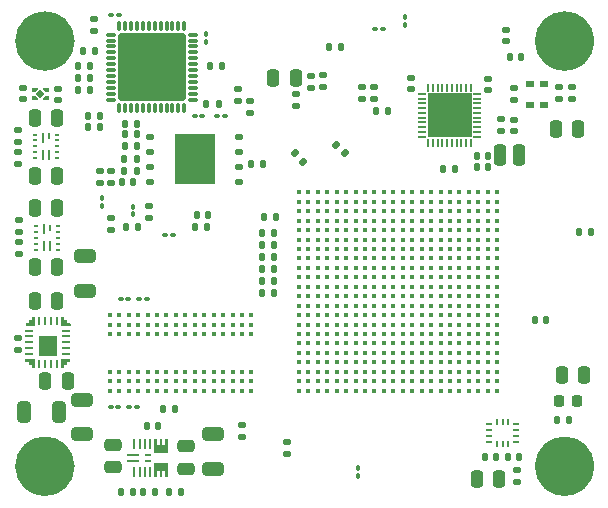
<source format=gts>
G04 #@! TF.GenerationSoftware,KiCad,Pcbnew,9.0.0-9.0.0-2~ubuntu24.10.1*
G04 #@! TF.CreationDate,2025-04-01T16:44:13+02:00*
G04 #@! TF.ProjectId,Zynq_SoM,5a796e71-5f53-46f4-9d2e-6b696361645f,1.0*
G04 #@! TF.SameCoordinates,Original*
G04 #@! TF.FileFunction,Soldermask,Top*
G04 #@! TF.FilePolarity,Negative*
%FSLAX46Y46*%
G04 Gerber Fmt 4.6, Leading zero omitted, Abs format (unit mm)*
G04 Created by KiCad (PCBNEW 9.0.0-9.0.0-2~ubuntu24.10.1) date 2025-04-01 16:44:13*
%MOMM*%
%LPD*%
G01*
G04 APERTURE LIST*
G04 Aperture macros list*
%AMRoundRect*
0 Rectangle with rounded corners*
0 $1 Rounding radius*
0 $2 $3 $4 $5 $6 $7 $8 $9 X,Y pos of 4 corners*
0 Add a 4 corners polygon primitive as box body*
4,1,4,$2,$3,$4,$5,$6,$7,$8,$9,$2,$3,0*
0 Add four circle primitives for the rounded corners*
1,1,$1+$1,$2,$3*
1,1,$1+$1,$4,$5*
1,1,$1+$1,$6,$7*
1,1,$1+$1,$8,$9*
0 Add four rect primitives between the rounded corners*
20,1,$1+$1,$2,$3,$4,$5,0*
20,1,$1+$1,$4,$5,$6,$7,0*
20,1,$1+$1,$6,$7,$8,$9,0*
20,1,$1+$1,$8,$9,$2,$3,0*%
%AMFreePoly0*
4,1,14,0.330075,0.140035,0.330090,0.140000,0.330040,0.069961,0.330025,0.069926,0.090025,-0.170070,0.089990,-0.170085,-0.130002,-0.170089,-0.130037,-0.170074,-0.130052,-0.170039,-0.130110,0.140000,-0.130095,0.140035,-0.130060,0.140050,0.330040,0.140050,0.330075,0.140035,0.330075,0.140035,$1*%
%AMFreePoly1*
4,1,14,0.089990,0.170085,0.090025,0.170070,0.330025,-0.069926,0.330040,-0.069961,0.330090,-0.140000,0.330075,-0.140035,0.330040,-0.140050,-0.130060,-0.140050,-0.130095,-0.140035,-0.130110,-0.140000,-0.130052,0.170039,-0.130037,0.170074,-0.130002,0.170089,0.089990,0.170085,0.089990,0.170085,$1*%
%AMFreePoly2*
4,1,14,0.130037,0.170074,0.130052,0.170039,0.130110,-0.140000,0.130095,-0.140035,0.130060,-0.140050,-0.330040,-0.140050,-0.330075,-0.140035,-0.330090,-0.140000,-0.330040,-0.069961,-0.330025,-0.069926,-0.090025,0.170070,-0.089990,0.170085,0.130002,0.170089,0.130037,0.170074,0.130037,0.170074,$1*%
%AMFreePoly3*
4,1,17,-0.298000,0.551600,0.299000,0.551600,0.299000,-0.551601,-0.299000,-0.551601,-0.299000,-0.551600,-0.806000,-0.551600,-0.806000,-0.348400,-0.299000,-0.348400,-0.299000,-0.101601,-0.806000,-0.101601,-0.806000,0.101599,-0.299000,0.101599,-0.299000,0.348401,-0.806000,0.348401,-0.806000,0.551601,-0.298000,0.551601,-0.298000,0.551600,-0.298000,0.551600,$1*%
%AMFreePoly4*
4,1,15,0.806000,0.348400,0.299000,0.348400,0.299000,0.101600,0.806000,0.101600,0.806000,-0.101600,0.299000,-0.101600,0.299000,-0.348400,0.806000,-0.348400,0.806000,-0.551600,0.299000,-0.551600,0.299000,-0.551601,-0.299000,-0.551601,-0.299000,0.551600,0.806000,0.551600,0.806000,0.348400,0.806000,0.348400,$1*%
%AMFreePoly5*
4,1,17,0.250002,0.499999,0.250002,-0.200000,0.200002,-0.250000,-0.499999,-0.250000,-0.549999,-0.200000,-0.549999,-0.050000,-0.499999,0.000000,-0.299999,0.000000,-0.250000,0.049999,-0.250000,0.199999,-0.200000,0.249999,-0.050000,0.249999,0.000000,0.299999,0.000000,0.499999,0.050000,0.549998,0.200000,0.549998,0.250002,0.499999,0.250002,0.499999,$1*%
%AMFreePoly6*
4,1,17,0.249999,0.200000,0.250002,-0.499999,0.200000,-0.549998,0.050000,-0.549998,0.000000,-0.499999,0.000002,-0.299999,-0.050000,-0.249999,-0.200000,-0.249999,-0.250000,-0.199999,-0.249997,-0.049999,-0.299999,0.000000,-0.499999,0.000000,-0.549999,0.050000,-0.549999,0.200000,-0.499999,0.250000,0.200002,0.250000,0.249999,0.200000,0.249999,0.200000,$1*%
%AMFreePoly7*
4,1,17,0.500001,0.250000,0.550001,0.200000,0.550001,0.050000,0.500001,0.000000,0.300001,0.000000,0.249999,-0.049999,0.250002,-0.199999,0.200002,-0.249999,0.050002,-0.249999,0.000000,-0.299999,0.000002,-0.499999,-0.049998,-0.549998,-0.200000,-0.549998,-0.250000,-0.499999,-0.250000,0.200003,-0.200000,0.250002,0.500001,0.250000,0.500001,0.250000,$1*%
%AMFreePoly8*
4,1,17,0.000002,0.500002,0.000000,0.300002,0.050002,0.250002,0.200002,0.250002,0.250002,0.200002,0.249999,0.050002,0.300001,0.000003,0.500001,0.000003,0.550001,-0.049997,0.550001,-0.199997,0.500001,-0.249997,-0.200000,-0.249999,-0.250000,-0.199997,-0.250000,0.500002,-0.200000,0.550001,-0.049998,0.550001,0.000002,0.500002,0.000002,0.500002,$1*%
G04 Aperture macros list end*
%ADD10C,2.505000*%
%ADD11C,0.000000*%
%ADD12RoundRect,0.250000X-0.250000X-0.650000X0.250000X-0.650000X0.250000X0.650000X-0.250000X0.650000X0*%
%ADD13RoundRect,0.135000X-0.135000X-0.185000X0.135000X-0.185000X0.135000X0.185000X-0.135000X0.185000X0*%
%ADD14RoundRect,0.135000X-0.226274X-0.035355X-0.035355X-0.226274X0.226274X0.035355X0.035355X0.226274X0*%
%ADD15RoundRect,0.135000X0.135000X0.185000X-0.135000X0.185000X-0.135000X-0.185000X0.135000X-0.185000X0*%
%ADD16RoundRect,0.140000X0.140000X0.170000X-0.140000X0.170000X-0.140000X-0.170000X0.140000X-0.170000X0*%
%ADD17RoundRect,0.140000X-0.140000X-0.170000X0.140000X-0.170000X0.140000X0.170000X-0.140000X0.170000X0*%
%ADD18RoundRect,0.250000X-0.650000X0.325000X-0.650000X-0.325000X0.650000X-0.325000X0.650000X0.325000X0*%
%ADD19RoundRect,0.250000X-0.475000X0.250000X-0.475000X-0.250000X0.475000X-0.250000X0.475000X0.250000X0*%
%ADD20C,2.700000*%
%ADD21RoundRect,0.140000X0.170000X-0.140000X0.170000X0.140000X-0.170000X0.140000X-0.170000X-0.140000X0*%
%ADD22RoundRect,0.135000X-0.185000X0.135000X-0.185000X-0.135000X0.185000X-0.135000X0.185000X0.135000X0*%
%ADD23RoundRect,0.100000X0.100000X-0.130000X0.100000X0.130000X-0.100000X0.130000X-0.100000X-0.130000X0*%
%ADD24RoundRect,0.100000X-0.130000X-0.100000X0.130000X-0.100000X0.130000X0.100000X-0.130000X0.100000X0*%
%ADD25RoundRect,0.100000X0.130000X0.100000X-0.130000X0.100000X-0.130000X-0.100000X0.130000X-0.100000X0*%
%ADD26RoundRect,0.125000X-0.200000X-0.125000X0.200000X-0.125000X0.200000X0.125000X-0.200000X0.125000X0*%
%ADD27R,3.400000X4.300000*%
%ADD28R,0.203200X0.711200*%
%ADD29R,0.711200X0.203200*%
%ADD30R,3.708400X3.708400*%
%ADD31FreePoly0,180.000000*%
%ADD32FreePoly1,180.000000*%
%ADD33FreePoly2,180.000000*%
%ADD34FreePoly1,0.000000*%
%ADD35RoundRect,0.027000X0.000000X0.343654X-0.343654X0.000000X0.000000X-0.343654X0.343654X0.000000X0*%
%ADD36RoundRect,0.050960X0.353039X-0.076440X0.353039X0.076440X-0.353039X0.076440X-0.353039X-0.076440X0*%
%ADD37RoundRect,0.050960X-0.076440X-0.353039X0.076440X-0.353039X0.076440X0.353039X-0.076440X0.353039X0*%
%ADD38RoundRect,0.170688X-2.674112X-2.674112X2.674112X-2.674112X2.674112X2.674112X-2.674112X2.674112X0*%
%ADD39RoundRect,0.218750X-0.218750X-0.256250X0.218750X-0.256250X0.218750X0.256250X-0.218750X0.256250X0*%
%ADD40R,0.203200X0.812800*%
%ADD41FreePoly3,90.000000*%
%ADD42FreePoly4,90.000000*%
%ADD43R,1.092200X0.254000*%
%ADD44R,0.508000X0.254000*%
%ADD45RoundRect,0.135000X0.185000X-0.135000X0.185000X0.135000X-0.185000X0.135000X-0.185000X-0.135000X0*%
%ADD46RoundRect,0.250000X0.325000X0.650000X-0.325000X0.650000X-0.325000X-0.650000X0.325000X-0.650000X0*%
%ADD47C,0.420000*%
%ADD48RoundRect,0.250000X0.250000X0.475000X-0.250000X0.475000X-0.250000X-0.475000X0.250000X-0.475000X0*%
%ADD49RoundRect,0.147500X0.172500X-0.147500X0.172500X0.147500X-0.172500X0.147500X-0.172500X-0.147500X0*%
%ADD50R,0.250000X0.600000*%
%ADD51R,0.250000X0.900000*%
%ADD52R,0.450000X0.250000*%
%ADD53RoundRect,0.250000X-0.250000X-0.475000X0.250000X-0.475000X0.250000X0.475000X-0.250000X0.475000X0*%
%ADD54R,0.482600X0.254000*%
%ADD55R,0.254000X0.482600*%
%ADD56RoundRect,0.147500X-0.172500X0.147500X-0.172500X-0.147500X0.172500X-0.147500X0.172500X0.147500X0*%
%ADD57RoundRect,0.100000X-0.100000X0.130000X-0.100000X-0.130000X0.100000X-0.130000X0.100000X0.130000X0*%
%ADD58RoundRect,0.140000X-0.170000X0.140000X-0.170000X-0.140000X0.170000X-0.140000X0.170000X0.140000X0*%
%ADD59R,0.800000X0.600000*%
%ADD60C,0.406400*%
%ADD61FreePoly5,0.000000*%
%ADD62R,0.700001X0.249999*%
%ADD63FreePoly6,0.000000*%
%ADD64R,0.249999X0.700001*%
%ADD65FreePoly7,0.000000*%
%ADD66FreePoly8,0.000000*%
%ADD67R,1.599999X1.799999*%
G04 APERTURE END LIST*
D10*
X111752500Y-94000000D02*
G75*
G02*
X109247500Y-94000000I-1252500J0D01*
G01*
X109247500Y-94000000D02*
G75*
G02*
X111752500Y-94000000I1252500J0D01*
G01*
D11*
G36*
X109860000Y-98095000D02*
G01*
X109680000Y-98275000D01*
X109500000Y-98275000D01*
X109500000Y-98055000D01*
X109860000Y-98055000D01*
X109860000Y-98095000D01*
G37*
G36*
X109860000Y-98845000D02*
G01*
X109860000Y-98885000D01*
X109500000Y-98885000D01*
X109500000Y-98665000D01*
X109680000Y-98665000D01*
X109860000Y-98845000D01*
G37*
G36*
X110720000Y-98265000D02*
G01*
X110540000Y-98265000D01*
X110360000Y-98085000D01*
X110360000Y-98045000D01*
X110720000Y-98045000D01*
X110720000Y-98265000D01*
G37*
G36*
X110720000Y-98885000D02*
G01*
X110360000Y-98885000D01*
X110360000Y-98845000D01*
X110540000Y-98665000D01*
X110720000Y-98665000D01*
X110720000Y-98885000D01*
G37*
D10*
X155752500Y-94000000D02*
G75*
G02*
X153247500Y-94000000I-1252500J0D01*
G01*
X153247500Y-94000000D02*
G75*
G02*
X155752500Y-94000000I1252500J0D01*
G01*
D11*
G36*
X120876601Y-128850000D02*
G01*
X119773400Y-128850000D01*
X119773400Y-128252000D01*
X120876601Y-128252000D01*
X120876601Y-128850000D01*
G37*
G36*
X120876601Y-130348000D02*
G01*
X119773400Y-130348000D01*
X119773400Y-129750000D01*
X120876601Y-129750000D01*
X120876601Y-130348000D01*
G37*
D10*
X111752500Y-130000000D02*
G75*
G02*
X109247500Y-130000000I-1252500J0D01*
G01*
X109247500Y-130000000D02*
G75*
G02*
X111752500Y-130000000I1252500J0D01*
G01*
X155752500Y-130000000D02*
G75*
G02*
X153247500Y-130000000I-1252500J0D01*
G01*
X153247500Y-130000000D02*
G75*
G02*
X155752500Y-130000000I1252500J0D01*
G01*
D11*
G36*
X109627498Y-120932502D02*
G01*
X109627501Y-121632501D01*
X109577499Y-121682500D01*
X109427499Y-121682500D01*
X109377499Y-121632501D01*
X109377501Y-121432501D01*
X109327499Y-121382501D01*
X109177499Y-121382501D01*
X109127499Y-121332501D01*
X109127502Y-121182501D01*
X109077500Y-121132502D01*
X108877500Y-121132502D01*
X108827500Y-121082502D01*
X108827500Y-120932502D01*
X108877500Y-120882502D01*
X109577501Y-120882502D01*
X109627498Y-120932502D01*
G37*
G36*
X112127501Y-117382501D02*
G01*
X112127499Y-117582501D01*
X112177501Y-117632501D01*
X112327501Y-117632501D01*
X112377501Y-117682501D01*
X112377498Y-117832501D01*
X112427500Y-117882500D01*
X112627500Y-117882500D01*
X112677500Y-117932500D01*
X112677500Y-118082500D01*
X112627500Y-118132500D01*
X111927499Y-118132502D01*
X111877499Y-118082500D01*
X111877499Y-117382501D01*
X111927499Y-117332502D01*
X112077501Y-117332502D01*
X112127501Y-117382501D01*
G37*
D12*
X149060000Y-103660000D03*
X150660000Y-103660000D03*
D13*
X117265000Y-102850000D03*
X118285000Y-102850000D03*
X153865000Y-126100000D03*
X154885000Y-126100000D03*
D14*
X131669376Y-103499376D03*
X132390624Y-104220624D03*
D15*
X125510000Y-96100000D03*
X124490000Y-96100000D03*
X129920000Y-113299999D03*
X128900000Y-113299999D03*
D16*
X124330000Y-108750000D03*
X123370000Y-108750000D03*
D17*
X147070000Y-104700000D03*
X148030000Y-104700000D03*
D18*
X113610000Y-124355000D03*
X113610000Y-127305000D03*
D19*
X116275002Y-128200000D03*
X116275002Y-130100000D03*
D20*
X110500000Y-94000000D03*
D21*
X108620000Y-98925000D03*
X108620000Y-97965000D03*
D17*
X147070000Y-103725000D03*
X148030000Y-103725000D03*
D22*
X150500000Y-130340000D03*
X150500000Y-131360000D03*
D23*
X124100000Y-94045000D03*
X124100000Y-93405000D03*
D21*
X148010000Y-98130000D03*
X148010000Y-97170000D03*
X149100000Y-101580000D03*
X149100000Y-100620000D03*
D17*
X149845000Y-95375000D03*
X150805000Y-95375000D03*
D15*
X145210000Y-104800000D03*
X144190000Y-104800000D03*
D13*
X127965000Y-104400000D03*
X128985000Y-104400000D03*
X120510000Y-125190000D03*
X121530000Y-125190000D03*
D16*
X156710000Y-110190000D03*
X155750000Y-110190000D03*
D24*
X118470000Y-115850000D03*
X119110000Y-115850000D03*
X123180000Y-100300000D03*
X123820000Y-100300000D03*
D25*
X116710000Y-124970000D03*
X116070000Y-124970000D03*
D26*
X119425000Y-102095000D03*
X119425000Y-103365000D03*
X119425000Y-104635000D03*
X119425000Y-105905000D03*
X126925000Y-105905000D03*
X126925000Y-104635000D03*
X126925000Y-103365000D03*
X126925000Y-102095000D03*
D27*
X123175000Y-104000000D03*
D28*
X146559999Y-97930500D03*
X146160000Y-97930500D03*
X145760001Y-97930500D03*
X145359999Y-97930500D03*
X144960000Y-97930500D03*
X144560000Y-97930500D03*
X144160001Y-97930500D03*
X143759999Y-97930500D03*
X143360000Y-97930500D03*
X142960001Y-97930500D03*
D29*
X142410500Y-98480001D03*
X142410500Y-98880000D03*
X142410500Y-99279999D03*
X142410500Y-99680001D03*
X142410500Y-100080000D03*
X142410500Y-100480000D03*
X142410500Y-100879999D03*
X142410500Y-101280001D03*
X142410500Y-101680000D03*
X142410500Y-102079999D03*
D28*
X142960001Y-102629500D03*
X143360000Y-102629500D03*
X143759999Y-102629500D03*
X144160001Y-102629500D03*
X144560000Y-102629500D03*
X144960000Y-102629500D03*
X145359999Y-102629500D03*
X145760001Y-102629500D03*
X146160000Y-102629500D03*
X146559999Y-102629500D03*
D29*
X147109500Y-102079999D03*
X147109500Y-101680000D03*
X147109500Y-101280001D03*
X147109500Y-100879999D03*
X147109500Y-100480000D03*
X147109500Y-100080000D03*
X147109500Y-99680001D03*
X147109500Y-99279999D03*
X147109500Y-98880000D03*
X147109500Y-98480001D03*
D30*
X144760000Y-100280000D03*
D15*
X129920000Y-114299999D03*
X128900000Y-114299999D03*
D22*
X150200000Y-97990000D03*
X150200000Y-99010000D03*
D17*
X147745000Y-129250000D03*
X148705000Y-129250000D03*
D16*
X120080000Y-126600000D03*
X119120000Y-126600000D03*
D31*
X110640000Y-98790000D03*
D32*
X110640000Y-98140000D03*
D33*
X109580000Y-98140000D03*
D34*
X109580000Y-98790000D03*
D35*
X110110000Y-98465000D03*
D20*
X154500000Y-94000000D03*
D13*
X113290000Y-98150000D03*
X114310000Y-98150000D03*
X117265000Y-101900000D03*
X118285000Y-101900000D03*
D15*
X117965001Y-132150000D03*
X116945001Y-132150000D03*
D36*
X116100000Y-93450000D03*
X116100000Y-93949999D03*
X116100000Y-94450001D03*
X116100000Y-94950000D03*
X116100000Y-95449999D03*
X116100000Y-95950000D03*
X116100000Y-96450000D03*
X116100000Y-96950001D03*
X116100000Y-97450000D03*
X116100000Y-97949999D03*
X116100000Y-98450001D03*
X116100000Y-98950000D03*
D37*
X116802000Y-99652000D03*
X117301999Y-99652000D03*
X117802001Y-99652000D03*
X118302000Y-99652000D03*
X118801999Y-99652000D03*
X119302000Y-99652000D03*
X119802000Y-99652000D03*
X120302001Y-99652000D03*
X120802000Y-99652000D03*
X121301999Y-99652000D03*
X121802001Y-99652000D03*
X122302000Y-99652000D03*
D36*
X123004000Y-98950000D03*
X123004000Y-98450001D03*
X123004000Y-97949999D03*
X123004000Y-97450000D03*
X123004000Y-96950001D03*
X123004000Y-96450000D03*
X123004000Y-95950000D03*
X123004000Y-95449999D03*
X123004000Y-94950000D03*
X123004000Y-94450001D03*
X123004000Y-93949999D03*
X123004000Y-93450000D03*
D37*
X122302000Y-92748000D03*
X121802001Y-92748000D03*
X121301999Y-92748000D03*
X120802000Y-92748000D03*
X120302001Y-92748000D03*
X119802000Y-92748000D03*
X119302000Y-92748000D03*
X118801999Y-92748000D03*
X118302000Y-92748000D03*
X117802001Y-92748000D03*
X117301999Y-92748000D03*
X116802000Y-92748000D03*
D38*
X119552000Y-96200000D03*
D39*
X154012500Y-124475000D03*
X155587500Y-124475000D03*
D13*
X138500000Y-99900000D03*
X139520000Y-99900000D03*
D40*
X118075001Y-130450000D03*
X118525000Y-130450000D03*
X118975002Y-130450000D03*
X119425001Y-130450000D03*
D41*
X120325001Y-130050000D03*
D42*
X120325001Y-128550000D03*
D40*
X119425001Y-128150000D03*
X118975002Y-128150000D03*
X118525000Y-128150000D03*
X118075001Y-128150000D03*
D43*
X117925001Y-129050000D03*
X117925001Y-129550000D03*
D44*
X119200000Y-129550000D03*
X119200000Y-129050000D03*
D19*
X122475002Y-128293300D03*
X122475002Y-130193300D03*
D45*
X108350000Y-112060000D03*
X108350000Y-111040000D03*
D46*
X111665000Y-125370000D03*
X108715000Y-125370000D03*
D21*
X114700000Y-93130000D03*
X114700000Y-92170000D03*
D47*
X127989998Y-117199999D03*
X127989998Y-117999999D03*
X127989998Y-118799999D03*
X127989998Y-121999999D03*
X127989998Y-122799999D03*
X127989998Y-123599999D03*
X127189998Y-117199999D03*
X127189998Y-117999999D03*
X127189998Y-118799999D03*
X127189998Y-121999999D03*
X127189998Y-122799999D03*
X127189998Y-123599999D03*
X126389998Y-117199999D03*
X126389998Y-117999999D03*
X126389998Y-118799999D03*
X126389998Y-121999999D03*
X126389998Y-122799999D03*
X126389998Y-123599999D03*
X125589998Y-117199999D03*
X125589998Y-117999999D03*
X125589998Y-118799999D03*
X125589998Y-121999999D03*
X125589998Y-122799999D03*
X125589998Y-123599999D03*
X124789998Y-117199999D03*
X124789998Y-117999999D03*
X124789998Y-118799999D03*
X124789998Y-121999999D03*
X124789998Y-122799999D03*
X124789998Y-123599999D03*
X123989998Y-117199999D03*
X123989998Y-117999999D03*
X123989998Y-118799999D03*
X123989998Y-121999999D03*
X123989998Y-122799999D03*
X123989998Y-123599999D03*
X123189998Y-117199999D03*
X123189998Y-117999999D03*
X123189998Y-118799999D03*
X123189998Y-121999999D03*
X123189998Y-122799999D03*
X123189998Y-123599999D03*
X122389998Y-117199999D03*
X122389998Y-117999999D03*
X122389998Y-118799999D03*
X122389998Y-121999999D03*
X122389998Y-122799999D03*
X122389998Y-123599999D03*
X121589998Y-117199999D03*
X121589998Y-117999999D03*
X121589998Y-118799999D03*
X121589998Y-121999999D03*
X121589998Y-122799999D03*
X121589998Y-123599999D03*
X120789998Y-117199999D03*
X120789998Y-117999999D03*
X120789998Y-118799999D03*
X120789998Y-121999999D03*
X120789998Y-122799999D03*
X120789998Y-123599999D03*
X119989998Y-117199999D03*
X119989998Y-117999999D03*
X119989998Y-118799999D03*
X119989998Y-121999999D03*
X119989998Y-122799999D03*
X119989998Y-123599999D03*
X119189998Y-117199999D03*
X119189998Y-117999999D03*
X119189998Y-118799999D03*
X119189998Y-121999999D03*
X119189998Y-122799999D03*
X119189998Y-123599999D03*
X118389998Y-117199999D03*
X118389998Y-117999999D03*
X118389998Y-118799999D03*
X118389998Y-121999999D03*
X118389998Y-122799999D03*
X118389998Y-123599999D03*
X117589998Y-117199999D03*
X117589998Y-117999999D03*
X117589998Y-118799999D03*
X117589998Y-121999999D03*
X117589998Y-122799999D03*
X117589998Y-123599999D03*
X116789998Y-117199999D03*
X116789998Y-117999999D03*
X116789998Y-118799999D03*
X116789998Y-121999999D03*
X116789998Y-122799999D03*
X116789998Y-123599999D03*
X115989998Y-117199999D03*
X115989998Y-117999999D03*
X115989998Y-118799999D03*
X115989998Y-121999999D03*
X115989998Y-122799999D03*
X115989998Y-123599999D03*
D48*
X111550000Y-100470000D03*
X109650000Y-100470000D03*
D20*
X110500000Y-130000000D03*
D18*
X124700000Y-127300000D03*
X124700000Y-130250000D03*
D22*
X116110000Y-105020000D03*
X116110000Y-106040000D03*
D15*
X115160000Y-101300000D03*
X114140000Y-101300000D03*
D20*
X154500000Y-130000000D03*
D17*
X134595000Y-94500000D03*
X135555000Y-94500000D03*
D25*
X121320000Y-110380000D03*
X120680000Y-110380000D03*
D23*
X115350000Y-107950000D03*
X115350000Y-107310000D03*
D48*
X111550000Y-105390000D03*
X109650000Y-105390000D03*
D24*
X116919998Y-115850000D03*
X117559998Y-115850000D03*
D21*
X126860000Y-99030000D03*
X126860000Y-98070000D03*
D22*
X137380000Y-97890000D03*
X137380000Y-98910000D03*
D49*
X155100000Y-98885000D03*
X155100000Y-97915000D03*
D13*
X113290000Y-96100000D03*
X114310000Y-96100000D03*
D21*
X150250000Y-101630000D03*
X150250000Y-100670000D03*
D16*
X117990000Y-105960000D03*
X117030000Y-105960000D03*
D13*
X120980000Y-132150000D03*
X122000000Y-132150000D03*
D48*
X111550000Y-108170000D03*
X109650000Y-108170000D03*
D15*
X119860000Y-132150000D03*
X118840000Y-132150000D03*
D45*
X108350000Y-110185000D03*
X108350000Y-109165000D03*
D15*
X125200000Y-99290000D03*
X124180000Y-99290000D03*
D50*
X110820000Y-102060000D03*
D51*
X110320000Y-102210000D03*
D52*
X109645000Y-101910000D03*
X109645000Y-102410000D03*
X109645000Y-102910000D03*
X109645000Y-103410000D03*
X109645000Y-103910000D03*
D51*
X110320000Y-103610000D03*
X110820000Y-103610000D03*
D52*
X111495000Y-103910000D03*
X111495000Y-103410000D03*
X111495000Y-102910000D03*
X111495000Y-102410000D03*
X111495000Y-101910000D03*
D50*
X110925000Y-109795000D03*
D51*
X110425000Y-109945000D03*
D52*
X109750000Y-109645000D03*
X109750000Y-110145000D03*
X109750000Y-110645000D03*
X109750000Y-111145000D03*
X109750000Y-111645000D03*
D51*
X110425000Y-111345000D03*
X110925000Y-111345000D03*
D52*
X111600000Y-111645000D03*
X111600000Y-111145000D03*
X111600000Y-110645000D03*
X111600000Y-110145000D03*
X111600000Y-109645000D03*
D48*
X156150000Y-122300000D03*
X154250000Y-122300000D03*
D15*
X129920000Y-110260000D03*
X128900000Y-110260000D03*
D24*
X138480000Y-92950000D03*
X139120000Y-92950000D03*
D53*
X109640000Y-116032503D03*
X111540000Y-116032503D03*
D45*
X108250000Y-104420000D03*
X108250000Y-103400000D03*
D54*
X148094300Y-126449999D03*
X148094300Y-126950000D03*
X148094300Y-127450000D03*
X148094300Y-127950001D03*
D55*
X148750001Y-128114400D03*
X149250000Y-128114400D03*
X149749999Y-128114400D03*
D54*
X150405700Y-127950001D03*
X150405700Y-127450000D03*
X150405700Y-126950000D03*
X150405700Y-126449999D03*
D55*
X149749999Y-126285600D03*
X149250000Y-126285600D03*
X148750001Y-126285600D03*
D15*
X130050000Y-108860000D03*
X129030000Y-108860000D03*
D21*
X131000000Y-128930000D03*
X131000000Y-127970000D03*
D25*
X118300000Y-124970000D03*
X117660000Y-124970000D03*
D53*
X153750000Y-101400000D03*
X155650000Y-101400000D03*
D48*
X112440000Y-122770000D03*
X110540000Y-122770000D03*
D15*
X129920000Y-112274999D03*
X128900000Y-112274999D03*
D45*
X134020000Y-97880000D03*
X134020000Y-96860000D03*
D13*
X117240000Y-104975000D03*
X118260000Y-104975000D03*
D21*
X111570000Y-98975000D03*
X111570000Y-98015000D03*
D53*
X147050000Y-131100000D03*
X148950000Y-131100000D03*
D56*
X127880000Y-99095000D03*
X127880000Y-100065000D03*
D57*
X137050000Y-130155000D03*
X137050000Y-130795000D03*
D15*
X129920000Y-115330000D03*
X128900000Y-115330000D03*
D48*
X131725000Y-97100000D03*
X129825000Y-97100000D03*
D13*
X113690000Y-94850000D03*
X114710000Y-94850000D03*
X114140000Y-100300000D03*
X115160000Y-100300000D03*
D58*
X127150000Y-126525000D03*
X127150000Y-127485000D03*
D21*
X149525000Y-94005000D03*
X149525000Y-93045000D03*
D59*
X152770000Y-99400000D03*
X152770000Y-97600000D03*
X151570000Y-97600000D03*
X151570000Y-99400000D03*
D17*
X151995000Y-117650000D03*
X152955000Y-117650000D03*
D48*
X111550000Y-113095000D03*
X109650000Y-113095000D03*
D25*
X125720000Y-100300000D03*
X125080000Y-100300000D03*
D15*
X124260000Y-109710000D03*
X123240000Y-109710000D03*
D18*
X113900000Y-112225000D03*
X113900000Y-115175000D03*
D14*
X135164376Y-102764376D03*
X135885624Y-103485624D03*
D57*
X140975000Y-91955000D03*
X140975000Y-92595000D03*
D21*
X154065000Y-98880000D03*
X154065000Y-97920000D03*
D22*
X133050000Y-96990000D03*
X133050000Y-98010000D03*
D16*
X150630000Y-129250000D03*
X149670000Y-129250000D03*
D58*
X119350000Y-107990000D03*
X119350000Y-108950000D03*
D60*
X132000000Y-106800001D03*
X132800000Y-106800001D03*
X133600000Y-106800001D03*
X134400000Y-106800001D03*
X135200000Y-106800001D03*
X136000000Y-106800001D03*
X136799999Y-106800001D03*
X137599999Y-106800001D03*
X138399999Y-106800001D03*
X139199999Y-106800001D03*
X139999999Y-106800001D03*
X140799999Y-106800001D03*
X141599999Y-106800001D03*
X142399999Y-106800001D03*
X143199999Y-106800001D03*
X143999999Y-106800001D03*
X144799999Y-106800001D03*
X145599998Y-106800001D03*
X146399998Y-106800001D03*
X147199998Y-106800001D03*
X147999998Y-106800001D03*
X148799998Y-106800001D03*
X132000000Y-122799999D03*
X132800000Y-122799999D03*
X133600000Y-122799999D03*
X134400000Y-122799999D03*
X135200000Y-122799999D03*
X136000000Y-122799999D03*
X136799999Y-122799999D03*
X137599999Y-122799999D03*
X138399999Y-122799999D03*
X139199999Y-122799999D03*
X139999999Y-122799999D03*
X140799999Y-122799999D03*
X141599999Y-122799999D03*
X142399999Y-122799999D03*
X143199999Y-122799999D03*
X143999999Y-122799999D03*
X144799999Y-122799999D03*
X145599998Y-122799999D03*
X146399998Y-122799999D03*
X147199998Y-122799999D03*
X147999998Y-122799999D03*
X148799998Y-122799999D03*
X132000000Y-123599999D03*
X132800000Y-123599999D03*
X133600000Y-123599999D03*
X134400000Y-123599999D03*
X135200000Y-123599999D03*
X136000000Y-123599999D03*
X136799999Y-123599999D03*
X137599999Y-123599999D03*
X138399999Y-123599999D03*
X139199999Y-123599999D03*
X139999999Y-123599999D03*
X140799999Y-123599999D03*
X141599999Y-123599999D03*
X142399999Y-123599999D03*
X143199999Y-123599999D03*
X143999999Y-123599999D03*
X144799999Y-123599999D03*
X145599998Y-123599999D03*
X146399998Y-123599999D03*
X147199998Y-123599999D03*
X147999998Y-123599999D03*
X148799998Y-123599999D03*
X132000000Y-107600001D03*
X132800000Y-107600001D03*
X133600000Y-107600001D03*
X134400000Y-107600001D03*
X135200000Y-107600001D03*
X136000000Y-107600001D03*
X136799999Y-107600001D03*
X137599999Y-107600001D03*
X138399999Y-107600001D03*
X139199999Y-107600001D03*
X139999999Y-107600001D03*
X140799999Y-107600001D03*
X141599999Y-107600001D03*
X142399999Y-107600001D03*
X143199999Y-107600001D03*
X143999999Y-107600001D03*
X144799999Y-107600001D03*
X145599998Y-107600001D03*
X146399998Y-107600001D03*
X147199998Y-107600001D03*
X147999998Y-107600001D03*
X148799998Y-107600001D03*
X132000000Y-108400001D03*
X132800000Y-108400001D03*
X133600000Y-108400001D03*
X134400000Y-108400001D03*
X135200000Y-108400001D03*
X136000000Y-108400001D03*
X136799999Y-108400001D03*
X137599999Y-108400001D03*
X138399999Y-108400001D03*
X139199999Y-108400001D03*
X139999999Y-108400001D03*
X140799999Y-108400001D03*
X141599999Y-108400001D03*
X142399999Y-108400001D03*
X143199999Y-108400001D03*
X143999999Y-108400001D03*
X144799999Y-108400001D03*
X145599998Y-108400001D03*
X146399998Y-108400001D03*
X147199998Y-108400001D03*
X147999998Y-108400001D03*
X148799998Y-108400001D03*
X132000000Y-109200001D03*
X132800000Y-109200001D03*
X133600000Y-109200001D03*
X134400000Y-109200001D03*
X135200000Y-109200001D03*
X136000000Y-109200001D03*
X136799999Y-109200001D03*
X137599999Y-109200001D03*
X138399999Y-109200001D03*
X139199999Y-109200001D03*
X139999999Y-109200001D03*
X140799999Y-109200001D03*
X141599999Y-109200001D03*
X142399999Y-109200001D03*
X143199999Y-109200001D03*
X143999999Y-109200001D03*
X144799999Y-109200001D03*
X145599998Y-109200001D03*
X146399998Y-109200001D03*
X147199998Y-109200001D03*
X147999998Y-109200001D03*
X148799998Y-109200001D03*
X132000000Y-110000001D03*
X132800000Y-110000001D03*
X133600000Y-110000001D03*
X134400000Y-110000001D03*
X135200000Y-110000001D03*
X136000000Y-110000001D03*
X136799999Y-110000001D03*
X137599999Y-110000001D03*
X138399999Y-110000001D03*
X139199999Y-110000001D03*
X139999999Y-110000001D03*
X140799999Y-110000001D03*
X141599999Y-110000001D03*
X142399999Y-110000001D03*
X143199999Y-110000001D03*
X143999999Y-110000001D03*
X144799999Y-110000001D03*
X145599998Y-110000001D03*
X146399998Y-110000001D03*
X147199998Y-110000001D03*
X147999998Y-110000001D03*
X148799998Y-110000001D03*
X132000000Y-110800001D03*
X132800000Y-110800001D03*
X133600000Y-110800001D03*
X134400000Y-110800001D03*
X135200000Y-110800001D03*
X136000000Y-110800001D03*
X136799999Y-110800001D03*
X137599999Y-110800001D03*
X138399999Y-110800001D03*
X139199999Y-110800001D03*
X139999999Y-110800001D03*
X140799999Y-110800001D03*
X141599999Y-110800001D03*
X142399999Y-110800001D03*
X143199999Y-110800001D03*
X143999999Y-110800001D03*
X144799999Y-110800001D03*
X145599998Y-110800001D03*
X146399998Y-110800001D03*
X147199998Y-110800001D03*
X147999998Y-110800001D03*
X148799998Y-110800001D03*
X132000000Y-111600000D03*
X132800000Y-111600000D03*
X133600000Y-111600000D03*
X134400000Y-111600000D03*
X135200000Y-111600000D03*
X136000000Y-111600000D03*
X136799999Y-111600000D03*
X137599999Y-111600000D03*
X138399999Y-111600000D03*
X139199999Y-111600000D03*
X139999999Y-111600000D03*
X140799999Y-111600000D03*
X141599999Y-111600000D03*
X142399999Y-111600000D03*
X143199999Y-111600000D03*
X143999999Y-111600000D03*
X144799999Y-111600000D03*
X145599998Y-111600000D03*
X146399998Y-111600000D03*
X147199998Y-111600000D03*
X147999998Y-111600000D03*
X148799998Y-111600000D03*
X132000000Y-112400000D03*
X132800000Y-112400000D03*
X133600000Y-112400000D03*
X134400000Y-112400000D03*
X135200000Y-112400000D03*
X136000000Y-112400000D03*
X136799999Y-112400000D03*
X137599999Y-112400000D03*
X138399999Y-112400000D03*
X139199999Y-112400000D03*
X139999999Y-112400000D03*
X140799999Y-112400000D03*
X141599999Y-112400000D03*
X142399999Y-112400000D03*
X143199999Y-112400000D03*
X143999999Y-112400000D03*
X144799999Y-112400000D03*
X145599998Y-112400000D03*
X146399998Y-112400000D03*
X147199998Y-112400000D03*
X147999998Y-112400000D03*
X148799998Y-112400000D03*
X132000000Y-113200000D03*
X132800000Y-113200000D03*
X133600000Y-113200000D03*
X134400000Y-113200000D03*
X135200000Y-113200000D03*
X136000000Y-113200000D03*
X136799999Y-113200000D03*
X137599999Y-113200000D03*
X138399999Y-113200000D03*
X139199999Y-113200000D03*
X139999999Y-113200000D03*
X140799999Y-113200000D03*
X141599999Y-113200000D03*
X142399999Y-113200000D03*
X143199999Y-113200000D03*
X143999999Y-113200000D03*
X144799999Y-113200000D03*
X145599998Y-113200000D03*
X146399998Y-113200000D03*
X147199998Y-113200000D03*
X147999998Y-113200000D03*
X148799998Y-113200000D03*
X132000000Y-114000000D03*
X132800000Y-114000000D03*
X133600000Y-114000000D03*
X134400000Y-114000000D03*
X135200000Y-114000000D03*
X136000000Y-114000000D03*
X136799999Y-114000000D03*
X137599999Y-114000000D03*
X138399999Y-114000000D03*
X139199999Y-114000000D03*
X139999999Y-114000000D03*
X140799999Y-114000000D03*
X141599999Y-114000000D03*
X142399999Y-114000000D03*
X143199999Y-114000000D03*
X143999999Y-114000000D03*
X144799999Y-114000000D03*
X145599998Y-114000000D03*
X146399998Y-114000000D03*
X147199998Y-114000000D03*
X147999998Y-114000000D03*
X148799998Y-114000000D03*
X132000000Y-114800000D03*
X132800000Y-114800000D03*
X133600000Y-114800000D03*
X134400000Y-114800000D03*
X135200000Y-114800000D03*
X136000000Y-114800000D03*
X136799999Y-114800000D03*
X137599999Y-114800000D03*
X138399999Y-114800000D03*
X139199999Y-114800000D03*
X139999999Y-114800000D03*
X140799999Y-114800000D03*
X141599999Y-114800000D03*
X142399999Y-114800000D03*
X143199999Y-114800000D03*
X143999999Y-114800000D03*
X144799999Y-114800000D03*
X145599998Y-114800000D03*
X146399998Y-114800000D03*
X147199998Y-114800000D03*
X147999998Y-114800000D03*
X148799998Y-114800000D03*
X132000000Y-115600000D03*
X132800000Y-115600000D03*
X133600000Y-115600000D03*
X134400000Y-115600000D03*
X135200000Y-115600000D03*
X136000000Y-115600000D03*
X136799999Y-115600000D03*
X137599999Y-115600000D03*
X138399999Y-115600000D03*
X139199999Y-115600000D03*
X139999999Y-115600000D03*
X140799999Y-115600000D03*
X141599999Y-115600000D03*
X142399999Y-115600000D03*
X143199999Y-115600000D03*
X143999999Y-115600000D03*
X144799999Y-115600000D03*
X145599998Y-115600000D03*
X146399998Y-115600000D03*
X147199998Y-115600000D03*
X147999998Y-115600000D03*
X148799998Y-115600000D03*
X132000000Y-116400000D03*
X132800000Y-116400000D03*
X133600000Y-116400000D03*
X134400000Y-116400000D03*
X135200000Y-116400000D03*
X136000000Y-116400000D03*
X136799999Y-116400000D03*
X137599999Y-116400000D03*
X138399999Y-116400000D03*
X139199999Y-116400000D03*
X139999999Y-116400000D03*
X140799999Y-116400000D03*
X141599999Y-116400000D03*
X142399999Y-116400000D03*
X143199999Y-116400000D03*
X143999999Y-116400000D03*
X144799999Y-116400000D03*
X145599998Y-116400000D03*
X146399998Y-116400000D03*
X147199998Y-116400000D03*
X147999998Y-116400000D03*
X148799998Y-116400000D03*
X132000000Y-117200000D03*
X132800000Y-117200000D03*
X133600000Y-117200000D03*
X134400000Y-117200000D03*
X135200000Y-117200000D03*
X136000000Y-117200000D03*
X136799999Y-117200000D03*
X137599999Y-117200000D03*
X138399999Y-117200000D03*
X139199999Y-117200000D03*
X139999999Y-117200000D03*
X140799999Y-117200000D03*
X141599999Y-117200000D03*
X142399999Y-117200000D03*
X143199999Y-117200000D03*
X143999999Y-117200000D03*
X144799999Y-117200000D03*
X145599998Y-117200000D03*
X146399998Y-117200000D03*
X147199998Y-117200000D03*
X147999998Y-117200000D03*
X148799998Y-117200000D03*
X132000000Y-118000000D03*
X132800000Y-118000000D03*
X133600000Y-118000000D03*
X134400000Y-118000000D03*
X135200000Y-118000000D03*
X136000000Y-118000000D03*
X136799999Y-118000000D03*
X137599999Y-118000000D03*
X138399999Y-118000000D03*
X139199999Y-118000000D03*
X139999999Y-118000000D03*
X140799999Y-118000000D03*
X141599999Y-118000000D03*
X142399999Y-118000000D03*
X143199999Y-118000000D03*
X143999999Y-118000000D03*
X144799999Y-118000000D03*
X145599998Y-118000000D03*
X146399998Y-118000000D03*
X147199998Y-118000000D03*
X147999998Y-118000000D03*
X148799998Y-118000000D03*
X132000000Y-118800000D03*
X132800000Y-118800000D03*
X133600000Y-118800000D03*
X134400000Y-118800000D03*
X135200000Y-118800000D03*
X136000000Y-118800000D03*
X136799999Y-118800000D03*
X137599999Y-118800000D03*
X138399999Y-118800000D03*
X139199999Y-118800000D03*
X139999999Y-118800000D03*
X140799999Y-118800000D03*
X141599999Y-118800000D03*
X142399999Y-118800000D03*
X143199999Y-118800000D03*
X143999999Y-118800000D03*
X144799999Y-118800000D03*
X145599998Y-118800000D03*
X146399998Y-118800000D03*
X147199998Y-118800000D03*
X147999998Y-118800000D03*
X148799998Y-118800000D03*
X132000000Y-119600000D03*
X132800000Y-119600000D03*
X133600000Y-119600000D03*
X134400000Y-119600000D03*
X135200000Y-119600000D03*
X136000000Y-119600000D03*
X136799999Y-119600000D03*
X137599999Y-119600000D03*
X138399999Y-119600000D03*
X139199999Y-119600000D03*
X139999999Y-119600000D03*
X140799999Y-119600000D03*
X141599999Y-119600000D03*
X142399999Y-119600000D03*
X143199999Y-119600000D03*
X143999999Y-119600000D03*
X144799999Y-119600000D03*
X145599998Y-119600000D03*
X146399998Y-119600000D03*
X147199998Y-119600000D03*
X147999998Y-119600000D03*
X148799998Y-119600000D03*
X132000000Y-120399999D03*
X132800000Y-120399999D03*
X133600000Y-120399999D03*
X134400000Y-120399999D03*
X135200000Y-120399999D03*
X136000000Y-120399999D03*
X136799999Y-120399999D03*
X137599999Y-120399999D03*
X138399999Y-120399999D03*
X139199999Y-120399999D03*
X139999999Y-120399999D03*
X140799999Y-120399999D03*
X141599999Y-120399999D03*
X142399999Y-120399999D03*
X143199999Y-120399999D03*
X143999999Y-120399999D03*
X144799999Y-120399999D03*
X145599998Y-120399999D03*
X146399998Y-120399999D03*
X147199998Y-120399999D03*
X147999998Y-120399999D03*
X148799998Y-120399999D03*
X132000000Y-121199999D03*
X132800000Y-121199999D03*
X133600000Y-121199999D03*
X134400000Y-121199999D03*
X135200000Y-121199999D03*
X136000000Y-121199999D03*
X136799999Y-121199999D03*
X137599999Y-121199999D03*
X138399999Y-121199999D03*
X139199999Y-121199999D03*
X139999999Y-121199999D03*
X140799999Y-121199999D03*
X141599999Y-121199999D03*
X142399999Y-121199999D03*
X143199999Y-121199999D03*
X143999999Y-121199999D03*
X144799999Y-121199999D03*
X145599998Y-121199999D03*
X146399998Y-121199999D03*
X147199998Y-121199999D03*
X147999998Y-121199999D03*
X148799998Y-121199999D03*
X132000000Y-121999999D03*
X132800000Y-121999999D03*
X133600000Y-121999999D03*
X134400000Y-121999999D03*
X135200000Y-121999999D03*
X136000000Y-121999999D03*
X136799999Y-121999999D03*
X137599999Y-121999999D03*
X138399999Y-121999999D03*
X139199999Y-121999999D03*
X139999999Y-121999999D03*
X140799999Y-121999999D03*
X141599999Y-121999999D03*
X142399999Y-121999999D03*
X143199999Y-121999999D03*
X143999999Y-121999999D03*
X144799999Y-121999999D03*
X145599998Y-121999999D03*
X146399998Y-121999999D03*
X147199998Y-121999999D03*
X147999998Y-121999999D03*
X148799998Y-121999999D03*
D45*
X138400000Y-98910000D03*
X138400000Y-97890000D03*
D15*
X129920000Y-111270000D03*
X128900000Y-111270000D03*
X118260000Y-104000000D03*
X117240000Y-104000000D03*
D45*
X108250000Y-102520000D03*
X108250000Y-101500000D03*
D13*
X113290000Y-97100000D03*
X114310000Y-97100000D03*
D61*
X109377499Y-117882500D03*
D62*
X109177499Y-118507500D03*
X109177499Y-119007502D03*
X109177499Y-119507501D03*
X109177499Y-120007500D03*
X109177499Y-120507502D03*
D63*
X109377499Y-121132502D03*
D64*
X110002499Y-121332501D03*
X110502500Y-121332501D03*
X111002500Y-121332501D03*
X111502501Y-121332501D03*
D65*
X112127499Y-121132502D03*
D62*
X112327501Y-120507502D03*
X112327501Y-120007500D03*
X112327501Y-119507501D03*
X112327501Y-119007502D03*
X112327501Y-118507500D03*
D66*
X112127499Y-117882503D03*
D64*
X111502501Y-117682501D03*
X111002500Y-117682501D03*
X110502500Y-117682501D03*
X110002499Y-117682501D03*
D67*
X110752500Y-119807500D03*
D22*
X108247500Y-119127504D03*
X108247500Y-120147504D03*
D23*
X117930000Y-108650000D03*
X117930000Y-108010000D03*
D58*
X131800000Y-98495000D03*
X131800000Y-99455000D03*
D22*
X115140000Y-105020000D03*
X115140000Y-106040000D03*
D15*
X118273650Y-101000000D03*
X117253650Y-101000000D03*
D45*
X116060000Y-109990000D03*
X116060000Y-108970000D03*
D25*
X116745000Y-91775000D03*
X116105000Y-91775000D03*
D21*
X141470000Y-98070000D03*
X141470000Y-97110000D03*
D15*
X118385000Y-109775000D03*
X117365000Y-109775000D03*
M02*

</source>
